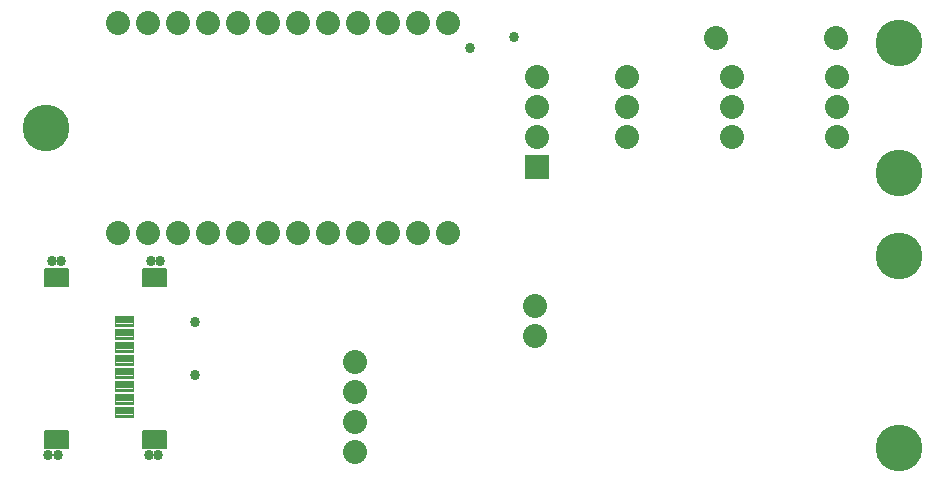
<source format=gts>
G75*
%MOIN*%
%OFA0B0*%
%FSLAX25Y25*%
%IPPOS*%
%LPD*%
%AMOC8*
5,1,8,0,0,1.08239X$1,22.5*
%
%ADD10C,0.15600*%
%ADD11C,0.08000*%
%ADD12R,0.08000X0.08000*%
%ADD13C,0.00375*%
%ADD14C,0.00631*%
%ADD15C,0.03378*%
D10*
X0016024Y0122323D03*
X0300276Y0107362D03*
X0300276Y0079803D03*
X0300276Y0015630D03*
X0300276Y0150669D03*
D11*
X0279331Y0152244D03*
X0279803Y0139173D03*
X0279803Y0129173D03*
X0279803Y0119173D03*
X0244764Y0119173D03*
X0244764Y0129173D03*
X0244764Y0139173D03*
X0239331Y0152244D03*
X0209724Y0139173D03*
X0209724Y0129173D03*
X0209724Y0119173D03*
X0179803Y0119331D03*
X0179803Y0129331D03*
X0179803Y0139331D03*
X0150000Y0157165D03*
X0140000Y0157165D03*
X0130000Y0157165D03*
X0120000Y0157165D03*
X0110000Y0157165D03*
X0100000Y0157165D03*
X0090000Y0157165D03*
X0080000Y0157165D03*
X0070000Y0157165D03*
X0060000Y0157165D03*
X0050000Y0157165D03*
X0040000Y0157165D03*
X0040000Y0087165D03*
X0050000Y0087165D03*
X0060000Y0087165D03*
X0070000Y0087165D03*
X0080000Y0087165D03*
X0090000Y0087165D03*
X0100000Y0087165D03*
X0110000Y0087165D03*
X0120000Y0087165D03*
X0130000Y0087165D03*
X0140000Y0087165D03*
X0150000Y0087165D03*
X0178976Y0062874D03*
X0178976Y0052874D03*
X0118976Y0044449D03*
X0118976Y0034449D03*
X0118976Y0024449D03*
X0118976Y0014449D03*
D12*
X0179803Y0109331D03*
D13*
X0045074Y0059759D02*
X0045074Y0056383D01*
X0038942Y0056383D01*
X0038942Y0059759D01*
X0045074Y0059759D01*
X0045074Y0056757D02*
X0038942Y0056757D01*
X0038942Y0057131D02*
X0045074Y0057131D01*
X0045074Y0057505D02*
X0038942Y0057505D01*
X0038942Y0057879D02*
X0045074Y0057879D01*
X0045074Y0058253D02*
X0038942Y0058253D01*
X0038942Y0058627D02*
X0045074Y0058627D01*
X0045074Y0059001D02*
X0038942Y0059001D01*
X0038942Y0059375D02*
X0045074Y0059375D01*
X0045074Y0059749D02*
X0038942Y0059749D01*
X0045074Y0055428D02*
X0045074Y0052052D01*
X0038942Y0052052D01*
X0038942Y0055428D01*
X0045074Y0055428D01*
X0045074Y0052426D02*
X0038942Y0052426D01*
X0038942Y0052800D02*
X0045074Y0052800D01*
X0045074Y0053174D02*
X0038942Y0053174D01*
X0038942Y0053548D02*
X0045074Y0053548D01*
X0045074Y0053922D02*
X0038942Y0053922D01*
X0038942Y0054296D02*
X0045074Y0054296D01*
X0045074Y0054670D02*
X0038942Y0054670D01*
X0038942Y0055044D02*
X0045074Y0055044D01*
X0045074Y0055418D02*
X0038942Y0055418D01*
X0045074Y0051097D02*
X0045074Y0047721D01*
X0038942Y0047721D01*
X0038942Y0051097D01*
X0045074Y0051097D01*
X0045074Y0048095D02*
X0038942Y0048095D01*
X0038942Y0048469D02*
X0045074Y0048469D01*
X0045074Y0048843D02*
X0038942Y0048843D01*
X0038942Y0049217D02*
X0045074Y0049217D01*
X0045074Y0049591D02*
X0038942Y0049591D01*
X0038942Y0049965D02*
X0045074Y0049965D01*
X0045074Y0050339D02*
X0038942Y0050339D01*
X0038942Y0050713D02*
X0045074Y0050713D01*
X0045074Y0051087D02*
X0038942Y0051087D01*
X0045074Y0046767D02*
X0045074Y0043391D01*
X0038942Y0043391D01*
X0038942Y0046767D01*
X0045074Y0046767D01*
X0045074Y0043765D02*
X0038942Y0043765D01*
X0038942Y0044139D02*
X0045074Y0044139D01*
X0045074Y0044513D02*
X0038942Y0044513D01*
X0038942Y0044887D02*
X0045074Y0044887D01*
X0045074Y0045261D02*
X0038942Y0045261D01*
X0038942Y0045635D02*
X0045074Y0045635D01*
X0045074Y0046009D02*
X0038942Y0046009D01*
X0038942Y0046383D02*
X0045074Y0046383D01*
X0045074Y0046757D02*
X0038942Y0046757D01*
X0045074Y0042436D02*
X0045074Y0039060D01*
X0038942Y0039060D01*
X0038942Y0042436D01*
X0045074Y0042436D01*
X0045074Y0039434D02*
X0038942Y0039434D01*
X0038942Y0039808D02*
X0045074Y0039808D01*
X0045074Y0040182D02*
X0038942Y0040182D01*
X0038942Y0040556D02*
X0045074Y0040556D01*
X0045074Y0040930D02*
X0038942Y0040930D01*
X0038942Y0041304D02*
X0045074Y0041304D01*
X0045074Y0041678D02*
X0038942Y0041678D01*
X0038942Y0042052D02*
X0045074Y0042052D01*
X0045074Y0042426D02*
X0038942Y0042426D01*
X0045074Y0038105D02*
X0045074Y0034729D01*
X0038942Y0034729D01*
X0038942Y0038105D01*
X0045074Y0038105D01*
X0045074Y0035103D02*
X0038942Y0035103D01*
X0038942Y0035477D02*
X0045074Y0035477D01*
X0045074Y0035851D02*
X0038942Y0035851D01*
X0038942Y0036225D02*
X0045074Y0036225D01*
X0045074Y0036599D02*
X0038942Y0036599D01*
X0038942Y0036973D02*
X0045074Y0036973D01*
X0045074Y0037347D02*
X0038942Y0037347D01*
X0038942Y0037721D02*
X0045074Y0037721D01*
X0045074Y0038095D02*
X0038942Y0038095D01*
X0045074Y0033775D02*
X0045074Y0030399D01*
X0038942Y0030399D01*
X0038942Y0033775D01*
X0045074Y0033775D01*
X0045074Y0030773D02*
X0038942Y0030773D01*
X0038942Y0031147D02*
X0045074Y0031147D01*
X0045074Y0031521D02*
X0038942Y0031521D01*
X0038942Y0031895D02*
X0045074Y0031895D01*
X0045074Y0032269D02*
X0038942Y0032269D01*
X0038942Y0032643D02*
X0045074Y0032643D01*
X0045074Y0033017D02*
X0038942Y0033017D01*
X0038942Y0033391D02*
X0045074Y0033391D01*
X0045074Y0033765D02*
X0038942Y0033765D01*
X0045074Y0029444D02*
X0045074Y0026068D01*
X0038942Y0026068D01*
X0038942Y0029444D01*
X0045074Y0029444D01*
X0045074Y0026442D02*
X0038942Y0026442D01*
X0038942Y0026816D02*
X0045074Y0026816D01*
X0045074Y0027190D02*
X0038942Y0027190D01*
X0038942Y0027564D02*
X0045074Y0027564D01*
X0045074Y0027938D02*
X0038942Y0027938D01*
X0038942Y0028312D02*
X0045074Y0028312D01*
X0045074Y0028686D02*
X0038942Y0028686D01*
X0038942Y0029060D02*
X0045074Y0029060D01*
X0045074Y0029434D02*
X0038942Y0029434D01*
D14*
X0056166Y0021225D02*
X0056166Y0015547D01*
X0048322Y0015547D01*
X0048322Y0021225D01*
X0056166Y0021225D01*
X0056166Y0016177D02*
X0048322Y0016177D01*
X0048322Y0016807D02*
X0056166Y0016807D01*
X0056166Y0017437D02*
X0048322Y0017437D01*
X0048322Y0018067D02*
X0056166Y0018067D01*
X0056166Y0018697D02*
X0048322Y0018697D01*
X0048322Y0019327D02*
X0056166Y0019327D01*
X0056166Y0019957D02*
X0048322Y0019957D01*
X0048322Y0020587D02*
X0056166Y0020587D01*
X0056166Y0021217D02*
X0048322Y0021217D01*
X0023489Y0021225D02*
X0023489Y0015547D01*
X0015645Y0015547D01*
X0015645Y0021225D01*
X0023489Y0021225D01*
X0023489Y0016177D02*
X0015645Y0016177D01*
X0015645Y0016807D02*
X0023489Y0016807D01*
X0023489Y0017437D02*
X0015645Y0017437D01*
X0015645Y0018067D02*
X0023489Y0018067D01*
X0023489Y0018697D02*
X0015645Y0018697D01*
X0015645Y0019327D02*
X0023489Y0019327D01*
X0023489Y0019957D02*
X0015645Y0019957D01*
X0015645Y0020587D02*
X0023489Y0020587D01*
X0023489Y0021217D02*
X0015645Y0021217D01*
X0023489Y0069681D02*
X0023489Y0075359D01*
X0023489Y0069681D02*
X0015645Y0069681D01*
X0015645Y0075359D01*
X0023489Y0075359D01*
X0023489Y0070311D02*
X0015645Y0070311D01*
X0015645Y0070941D02*
X0023489Y0070941D01*
X0023489Y0071571D02*
X0015645Y0071571D01*
X0015645Y0072201D02*
X0023489Y0072201D01*
X0023489Y0072831D02*
X0015645Y0072831D01*
X0015645Y0073461D02*
X0023489Y0073461D01*
X0023489Y0074091D02*
X0015645Y0074091D01*
X0015645Y0074721D02*
X0023489Y0074721D01*
X0023489Y0075351D02*
X0015645Y0075351D01*
X0056166Y0075359D02*
X0056166Y0069681D01*
X0048322Y0069681D01*
X0048322Y0075359D01*
X0056166Y0075359D01*
X0056166Y0070311D02*
X0048322Y0070311D01*
X0048322Y0070941D02*
X0056166Y0070941D01*
X0056166Y0071571D02*
X0048322Y0071571D01*
X0048322Y0072201D02*
X0056166Y0072201D01*
X0056166Y0072831D02*
X0048322Y0072831D01*
X0048322Y0073461D02*
X0056166Y0073461D01*
X0056166Y0074091D02*
X0048322Y0074091D01*
X0048322Y0074721D02*
X0056166Y0074721D01*
X0056166Y0075351D02*
X0048322Y0075351D01*
D15*
X0016811Y0013268D03*
X0019961Y0013268D03*
X0050276Y0013268D03*
X0053425Y0013268D03*
X0065630Y0040039D03*
X0065630Y0057756D03*
X0054213Y0077835D03*
X0051063Y0077835D03*
X0021142Y0077835D03*
X0017992Y0077835D03*
X0157362Y0149094D03*
X0171929Y0152638D03*
M02*

</source>
